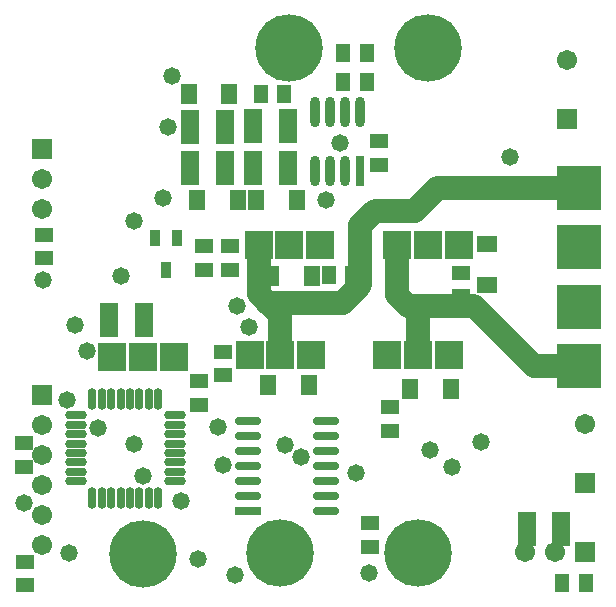
<source format=gbs>
%FSLAX25Y25*%
%MOIN*%
G70*
G01*
G75*
G04 Layer_Color=16711935*
%ADD10R,0.03937X0.05118*%
%ADD11R,0.04724X0.05118*%
%ADD12R,0.05118X0.03937*%
%ADD13R,0.07000X0.10000*%
%ADD14R,0.05500X0.07600*%
%ADD15R,0.08000X0.02000*%
%ADD16O,0.08000X0.02000*%
%ADD17R,0.02559X0.04724*%
%ADD18R,0.06299X0.04921*%
%ADD19R,0.05118X0.04724*%
%ADD20C,0.07874*%
%ADD21C,0.02000*%
%ADD22C,0.06000*%
%ADD23C,0.01500*%
%ADD24C,0.04000*%
%ADD25C,0.03000*%
%ADD26C,0.01000*%
%ADD27C,0.05906*%
%ADD28R,0.05906X0.05906*%
%ADD29R,0.05906X0.05906*%
%ADD30R,0.08400X0.08400*%
%ADD31R,0.13780X0.13780*%
%ADD32C,0.21654*%
%ADD33C,0.05000*%
%ADD34R,0.02362X0.09449*%
%ADD35O,0.02362X0.09449*%
%ADD36R,0.04921X0.06299*%
%ADD37R,0.05118X0.10630*%
%ADD38O,0.02165X0.06496*%
%ADD39O,0.06496X0.02165*%
%ADD40C,0.00787*%
%ADD41C,0.00800*%
%ADD42R,0.04737X0.05918*%
%ADD43R,0.05524X0.05918*%
%ADD44R,0.05918X0.04737*%
%ADD45R,0.07800X0.10800*%
%ADD46R,0.06300X0.08400*%
%ADD47R,0.08800X0.02800*%
%ADD48O,0.08800X0.02800*%
%ADD49R,0.03359X0.05524*%
%ADD50R,0.07099X0.05721*%
%ADD51R,0.05918X0.05524*%
%ADD52C,0.06706*%
%ADD53R,0.06706X0.06706*%
%ADD54R,0.06706X0.06706*%
%ADD55R,0.09200X0.09200*%
%ADD56R,0.14579X0.14579*%
%ADD57C,0.22453*%
%ADD58C,0.05800*%
%ADD59R,0.03162X0.10249*%
%ADD60O,0.03162X0.10249*%
%ADD61R,0.05721X0.07099*%
%ADD62R,0.05918X0.11430*%
%ADD63O,0.02965X0.07296*%
%ADD64O,0.07296X0.02965*%
D20*
X130000Y423500D02*
X152000D01*
X171957Y403543D01*
X126300Y427200D02*
X130000Y423500D01*
X126300Y427200D02*
Y443630D01*
X171957Y403543D02*
X187008D01*
X133208Y406936D02*
Y420292D01*
X114000Y450500D02*
X118700Y455200D01*
X132200D01*
X139598Y462598D01*
X187008D01*
X114000Y430300D02*
Y450500D01*
X108200Y424500D02*
X114000Y430300D01*
X83000Y424500D02*
X108200D01*
X80139Y427361D02*
X87242Y420259D01*
Y406936D02*
Y420259D01*
X80139Y427361D02*
Y443713D01*
D42*
X116142Y507874D02*
D03*
X108268D02*
D03*
Y498032D02*
D03*
X116142D02*
D03*
X189037Y331200D02*
D03*
X181163D02*
D03*
X111237Y433600D02*
D03*
X103363D02*
D03*
X80709Y494095D02*
D03*
X88583D02*
D03*
D44*
X147400Y426663D02*
D03*
Y434537D02*
D03*
X120079Y470472D02*
D03*
Y478346D02*
D03*
X70400Y435563D02*
D03*
Y443437D02*
D03*
X62000Y435463D02*
D03*
Y443337D02*
D03*
X8500Y439363D02*
D03*
Y447237D02*
D03*
X2200Y338137D02*
D03*
Y330263D02*
D03*
X1700Y369763D02*
D03*
Y377637D02*
D03*
X68100Y400263D02*
D03*
Y408137D02*
D03*
X60200Y398437D02*
D03*
Y390563D02*
D03*
X124016Y381890D02*
D03*
Y389764D02*
D03*
X117200Y343063D02*
D03*
Y350937D02*
D03*
D47*
X76500Y355100D02*
D03*
D48*
Y360100D02*
D03*
Y365100D02*
D03*
Y370100D02*
D03*
Y375100D02*
D03*
Y380100D02*
D03*
Y385100D02*
D03*
X102500D02*
D03*
Y380100D02*
D03*
Y375100D02*
D03*
Y370100D02*
D03*
Y365100D02*
D03*
Y360100D02*
D03*
Y355100D02*
D03*
D49*
X49200Y435476D02*
D03*
X45460Y445924D02*
D03*
X52940D02*
D03*
D50*
X156200Y443991D02*
D03*
Y430409D02*
D03*
D52*
X182700Y505342D02*
D03*
X188976Y384058D02*
D03*
X178900Y341500D02*
D03*
X168900D02*
D03*
X7874Y383701D02*
D03*
Y373701D02*
D03*
Y363701D02*
D03*
Y353701D02*
D03*
Y343701D02*
D03*
X7874Y465900D02*
D03*
Y455900D02*
D03*
D53*
X182700Y485658D02*
D03*
X188976Y364373D02*
D03*
X7874Y393701D02*
D03*
X7874Y475900D02*
D03*
D54*
X188900Y341500D02*
D03*
D55*
X133208Y406936D02*
D03*
X123008D02*
D03*
X143408D02*
D03*
X87242D02*
D03*
X77042D02*
D03*
X97442D02*
D03*
X41500Y406500D02*
D03*
X31300D02*
D03*
X51700D02*
D03*
X90339Y443713D02*
D03*
X100539D02*
D03*
X80139D02*
D03*
X136500Y443630D02*
D03*
X146700D02*
D03*
X126300D02*
D03*
D56*
X187008Y403543D02*
D03*
Y462598D02*
D03*
Y442913D02*
D03*
Y423228D02*
D03*
D57*
X133208Y341144D02*
D03*
X87242D02*
D03*
X41500Y340708D02*
D03*
X90339Y509505D02*
D03*
X136500Y509422D02*
D03*
D58*
X107283Y477821D02*
D03*
X102362Y458661D02*
D03*
X38500Y451600D02*
D03*
X72100Y333900D02*
D03*
X54300Y358500D02*
D03*
X60000Y339100D02*
D03*
X137200Y375500D02*
D03*
X34200Y433300D02*
D03*
X51100Y500100D02*
D03*
X163700Y473000D02*
D03*
X38659Y377559D02*
D03*
X41600Y366700D02*
D03*
X49800Y483100D02*
D03*
X48200Y459300D02*
D03*
X26500Y382800D02*
D03*
X17000Y341000D02*
D03*
X117000Y334300D02*
D03*
X23000Y408400D02*
D03*
X8200Y432200D02*
D03*
X19000Y417000D02*
D03*
X77000Y416300D02*
D03*
X73000Y423300D02*
D03*
X154300Y378000D02*
D03*
X144600Y369700D02*
D03*
X88800Y377200D02*
D03*
X66500Y383000D02*
D03*
X94300Y373200D02*
D03*
X68300Y370300D02*
D03*
X112400Y367700D02*
D03*
X16100Y392100D02*
D03*
X1700Y357837D02*
D03*
D59*
X113799Y468504D02*
D03*
D60*
X108799D02*
D03*
X103799D02*
D03*
X98799D02*
D03*
X113799Y488189D02*
D03*
X108799D02*
D03*
X103799D02*
D03*
X98799D02*
D03*
D61*
X56701Y494095D02*
D03*
X70284D02*
D03*
X92905Y458661D02*
D03*
X79323D02*
D03*
X73220D02*
D03*
X59638D02*
D03*
X84209Y433400D02*
D03*
X97791D02*
D03*
X144087Y395669D02*
D03*
X130504D02*
D03*
X96691Y397200D02*
D03*
X83109D02*
D03*
D62*
X78319Y483425D02*
D03*
X89736D02*
D03*
X57342Y483071D02*
D03*
X68760D02*
D03*
X78319Y469425D02*
D03*
X89736D02*
D03*
X57319D02*
D03*
X68736D02*
D03*
X169391Y349000D02*
D03*
X180809D02*
D03*
X41709Y418600D02*
D03*
X30291D02*
D03*
D63*
X46625Y392520D02*
D03*
X43476D02*
D03*
X40326D02*
D03*
X37176D02*
D03*
X34027D02*
D03*
X30877D02*
D03*
X27728D02*
D03*
X24578D02*
D03*
Y359449D02*
D03*
X27728D02*
D03*
X30877D02*
D03*
X34027D02*
D03*
X37176D02*
D03*
X40326D02*
D03*
X43476D02*
D03*
X46625D02*
D03*
D64*
X19066Y387008D02*
D03*
Y383858D02*
D03*
Y380709D02*
D03*
Y377559D02*
D03*
Y374410D02*
D03*
Y371260D02*
D03*
Y368110D02*
D03*
Y364961D02*
D03*
X52137D02*
D03*
Y368110D02*
D03*
Y371260D02*
D03*
Y374410D02*
D03*
Y377559D02*
D03*
Y380709D02*
D03*
Y383858D02*
D03*
Y387008D02*
D03*
M02*

</source>
